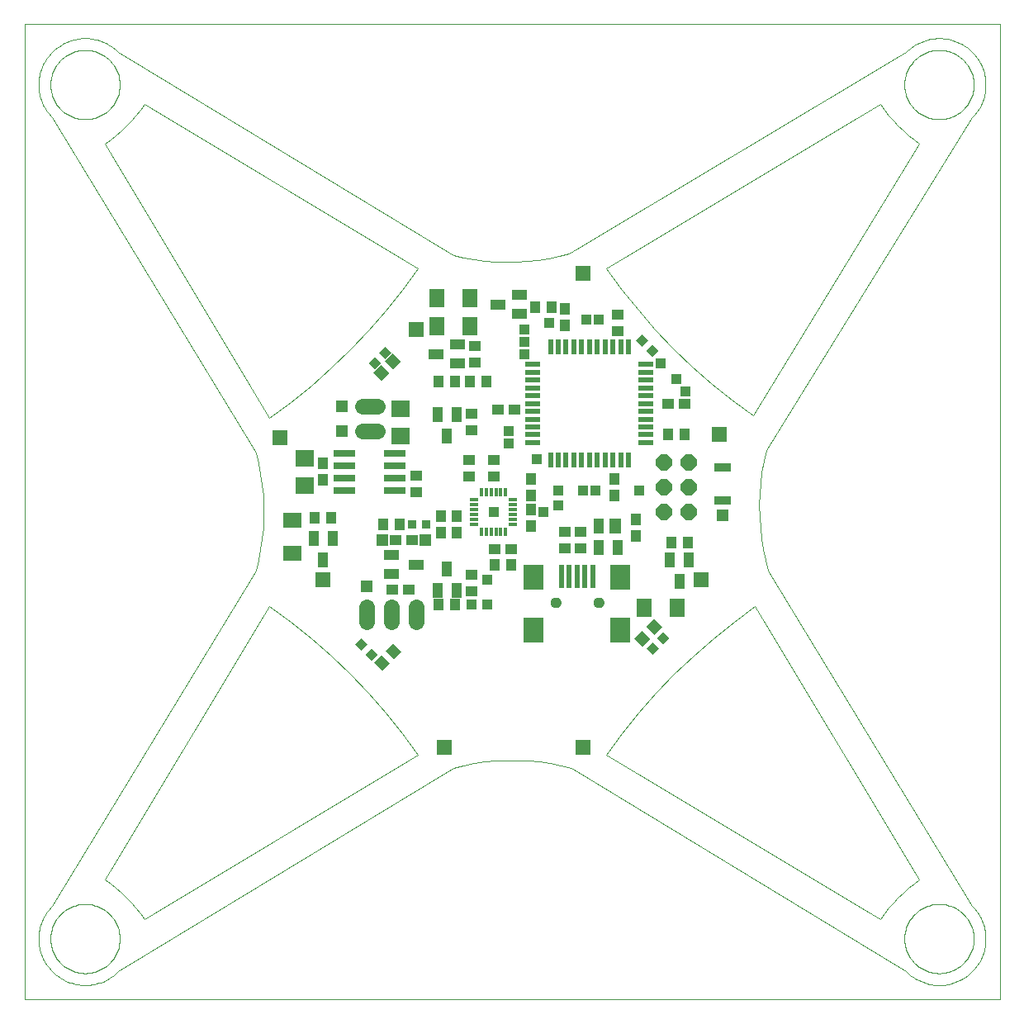
<source format=gts>
G75*
G70*
%OFA0B0*%
%FSLAX24Y24*%
%IPPOS*%
%LPD*%
%AMOC8*
5,1,8,0,0,1.08239X$1,22.5*
%
%ADD10C,0.0020*%
%ADD11C,0.0000*%
%ADD12R,0.0590X0.0440*%
%ADD13R,0.0473X0.0434*%
%ADD14R,0.0434X0.0473*%
%ADD15R,0.0355X0.0355*%
%ADD16R,0.0355X0.0355*%
%ADD17R,0.0749X0.0670*%
%ADD18R,0.0512X0.0512*%
%ADD19R,0.0434X0.0591*%
%ADD20R,0.0434X0.0434*%
%ADD21R,0.0591X0.0434*%
%ADD22R,0.0631X0.0631*%
%ADD23C,0.0640*%
%ADD24R,0.0355X0.0158*%
%ADD25R,0.0158X0.0355*%
%ADD26R,0.0394X0.0394*%
%ADD27R,0.0237X0.0631*%
%ADD28R,0.0631X0.0237*%
%ADD29OC8,0.0640*%
%ADD30R,0.0237X0.0926*%
%ADD31R,0.0827X0.1024*%
%ADD32C,0.0434*%
%ADD33R,0.0434X0.0607*%
%ADD34R,0.0512X0.0607*%
%ADD35R,0.0906X0.0276*%
%ADD36R,0.0591X0.0749*%
%ADD37R,0.0749X0.0591*%
%ADD38R,0.0709X0.0355*%
D10*
X016086Y010084D02*
X015454Y010945D01*
X014786Y011778D01*
X014082Y012581D01*
X013343Y013352D01*
X012572Y014091D01*
X011769Y014795D01*
X010936Y015463D01*
X010075Y016095D01*
X003446Y005046D01*
X005037Y003455D02*
X016086Y010084D01*
X017500Y009554D02*
X003977Y001334D01*
X001325Y001334D02*
X001262Y001401D01*
X001202Y001471D01*
X001145Y001543D01*
X001092Y001618D01*
X001043Y001696D01*
X000997Y001776D01*
X000956Y001858D01*
X000919Y001942D01*
X000886Y002028D01*
X000857Y002116D01*
X000832Y002204D01*
X000812Y002294D01*
X000796Y002385D01*
X000785Y002476D01*
X000778Y002568D01*
X000776Y002660D01*
X000778Y002752D01*
X000785Y002844D01*
X000796Y002935D01*
X000812Y003026D01*
X000832Y003116D01*
X000857Y003204D01*
X000886Y003292D01*
X000919Y003378D01*
X000956Y003462D01*
X000997Y003544D01*
X001043Y003624D01*
X001092Y003702D01*
X001145Y003777D01*
X001202Y003849D01*
X001262Y003919D01*
X001325Y003986D01*
X009545Y017509D01*
X009545Y022282D02*
X001325Y035805D01*
X001253Y037131D02*
X001255Y037205D01*
X001261Y037280D01*
X001271Y037353D01*
X001285Y037427D01*
X001302Y037499D01*
X001324Y037570D01*
X001349Y037640D01*
X001378Y037709D01*
X001410Y037776D01*
X001447Y037841D01*
X001486Y037904D01*
X001529Y037965D01*
X001575Y038023D01*
X001624Y038079D01*
X001676Y038133D01*
X001730Y038183D01*
X001788Y038231D01*
X001847Y038275D01*
X001909Y038316D01*
X001974Y038354D01*
X002040Y038388D01*
X002107Y038419D01*
X002177Y038446D01*
X002247Y038469D01*
X002319Y038489D01*
X002392Y038505D01*
X002465Y038517D01*
X002539Y038525D01*
X002614Y038529D01*
X002688Y038529D01*
X002763Y038525D01*
X002837Y038517D01*
X002910Y038505D01*
X002983Y038489D01*
X003055Y038469D01*
X003125Y038446D01*
X003195Y038419D01*
X003262Y038388D01*
X003328Y038354D01*
X003393Y038316D01*
X003455Y038275D01*
X003514Y038231D01*
X003572Y038183D01*
X003626Y038133D01*
X003678Y038079D01*
X003727Y038023D01*
X003773Y037965D01*
X003816Y037904D01*
X003855Y037841D01*
X003892Y037776D01*
X003924Y037709D01*
X003953Y037640D01*
X003978Y037570D01*
X004000Y037499D01*
X004017Y037427D01*
X004031Y037353D01*
X004041Y037280D01*
X004047Y037205D01*
X004049Y037131D01*
X004047Y037057D01*
X004041Y036982D01*
X004031Y036909D01*
X004017Y036835D01*
X004000Y036763D01*
X003978Y036692D01*
X003953Y036622D01*
X003924Y036553D01*
X003892Y036486D01*
X003855Y036421D01*
X003816Y036358D01*
X003773Y036297D01*
X003727Y036239D01*
X003678Y036183D01*
X003626Y036129D01*
X003572Y036079D01*
X003514Y036031D01*
X003455Y035987D01*
X003393Y035946D01*
X003328Y035908D01*
X003262Y035874D01*
X003195Y035843D01*
X003125Y035816D01*
X003055Y035793D01*
X002983Y035773D01*
X002910Y035757D01*
X002837Y035745D01*
X002763Y035737D01*
X002688Y035733D01*
X002614Y035733D01*
X002539Y035737D01*
X002465Y035745D01*
X002392Y035757D01*
X002319Y035773D01*
X002247Y035793D01*
X002177Y035816D01*
X002107Y035843D01*
X002040Y035874D01*
X001974Y035908D01*
X001909Y035946D01*
X001847Y035987D01*
X001788Y036031D01*
X001730Y036079D01*
X001676Y036129D01*
X001624Y036183D01*
X001575Y036239D01*
X001529Y036297D01*
X001486Y036358D01*
X001447Y036421D01*
X001410Y036486D01*
X001378Y036553D01*
X001349Y036622D01*
X001324Y036692D01*
X001302Y036763D01*
X001285Y036835D01*
X001271Y036909D01*
X001261Y036982D01*
X001255Y037057D01*
X001253Y037131D01*
X001325Y038457D02*
X001390Y038518D01*
X001457Y038577D01*
X001527Y038632D01*
X001600Y038684D01*
X001675Y038732D01*
X001752Y038777D01*
X001832Y038818D01*
X001913Y038855D01*
X001996Y038888D01*
X002080Y038917D01*
X002166Y038942D01*
X002252Y038963D01*
X002340Y038980D01*
X002428Y038993D01*
X002517Y039001D01*
X002606Y039005D01*
X002696Y039005D01*
X002785Y039001D01*
X002874Y038993D01*
X002962Y038980D01*
X003050Y038963D01*
X003136Y038942D01*
X003222Y038917D01*
X003306Y038888D01*
X003389Y038855D01*
X003470Y038818D01*
X003550Y038777D01*
X003627Y038732D01*
X003702Y038684D01*
X003775Y038632D01*
X003845Y038577D01*
X003912Y038518D01*
X003977Y038457D01*
X017500Y030237D01*
X016086Y029707D02*
X005037Y036336D01*
X003446Y034745D02*
X010075Y023696D01*
X009545Y022281D02*
X009648Y021855D01*
X009731Y021424D01*
X009794Y020990D01*
X009836Y020553D01*
X009856Y020114D01*
X009856Y019676D01*
X009836Y019237D01*
X009794Y018800D01*
X009731Y018366D01*
X009648Y017935D01*
X009545Y017509D01*
X022273Y009554D02*
X035796Y001334D01*
X035861Y001273D01*
X035928Y001214D01*
X035998Y001159D01*
X036071Y001107D01*
X036146Y001059D01*
X036223Y001014D01*
X036303Y000973D01*
X036384Y000936D01*
X036467Y000903D01*
X036551Y000874D01*
X036637Y000849D01*
X036723Y000828D01*
X036811Y000811D01*
X036899Y000798D01*
X036988Y000790D01*
X037077Y000786D01*
X037167Y000786D01*
X037256Y000790D01*
X037345Y000798D01*
X037433Y000811D01*
X037521Y000828D01*
X037607Y000849D01*
X037693Y000874D01*
X037777Y000903D01*
X037860Y000936D01*
X037941Y000973D01*
X038021Y001014D01*
X038098Y001059D01*
X038173Y001107D01*
X038246Y001159D01*
X038316Y001214D01*
X038383Y001273D01*
X038448Y001334D01*
X038509Y001399D01*
X038568Y001466D01*
X038623Y001536D01*
X038675Y001609D01*
X038723Y001684D01*
X038768Y001761D01*
X038809Y001841D01*
X038846Y001922D01*
X038879Y002005D01*
X038908Y002089D01*
X038933Y002175D01*
X038954Y002261D01*
X038971Y002349D01*
X038984Y002437D01*
X038992Y002526D01*
X038996Y002615D01*
X038996Y002705D01*
X038992Y002794D01*
X038984Y002883D01*
X038971Y002971D01*
X038954Y003059D01*
X038933Y003145D01*
X038908Y003231D01*
X038879Y003315D01*
X038846Y003398D01*
X038809Y003479D01*
X038768Y003559D01*
X038723Y003636D01*
X038675Y003711D01*
X038623Y003784D01*
X038568Y003854D01*
X038509Y003921D01*
X038448Y003986D01*
X030228Y017509D01*
X029698Y016095D02*
X036327Y005046D01*
X034736Y003455D02*
X023687Y010084D01*
X022273Y009554D02*
X021846Y009657D01*
X021415Y009740D01*
X020981Y009803D01*
X020544Y009845D01*
X020105Y009865D01*
X019667Y009865D01*
X019228Y009845D01*
X018791Y009803D01*
X018357Y009740D01*
X017926Y009657D01*
X017499Y009554D01*
X029609Y023785D02*
X036327Y034745D01*
X034736Y036336D02*
X023687Y029707D01*
X022185Y030325D02*
X035796Y038457D01*
X035724Y037131D02*
X035726Y037205D01*
X035732Y037280D01*
X035742Y037353D01*
X035756Y037427D01*
X035773Y037499D01*
X035795Y037570D01*
X035820Y037640D01*
X035849Y037709D01*
X035881Y037776D01*
X035918Y037841D01*
X035957Y037904D01*
X036000Y037965D01*
X036046Y038023D01*
X036095Y038079D01*
X036147Y038133D01*
X036201Y038183D01*
X036259Y038231D01*
X036318Y038275D01*
X036380Y038316D01*
X036445Y038354D01*
X036511Y038388D01*
X036578Y038419D01*
X036648Y038446D01*
X036718Y038469D01*
X036790Y038489D01*
X036863Y038505D01*
X036936Y038517D01*
X037010Y038525D01*
X037085Y038529D01*
X037159Y038529D01*
X037234Y038525D01*
X037308Y038517D01*
X037381Y038505D01*
X037454Y038489D01*
X037526Y038469D01*
X037596Y038446D01*
X037666Y038419D01*
X037733Y038388D01*
X037799Y038354D01*
X037864Y038316D01*
X037926Y038275D01*
X037985Y038231D01*
X038043Y038183D01*
X038097Y038133D01*
X038149Y038079D01*
X038198Y038023D01*
X038244Y037965D01*
X038287Y037904D01*
X038326Y037841D01*
X038363Y037776D01*
X038395Y037709D01*
X038424Y037640D01*
X038449Y037570D01*
X038471Y037499D01*
X038488Y037427D01*
X038502Y037353D01*
X038512Y037280D01*
X038518Y037205D01*
X038520Y037131D01*
X038518Y037057D01*
X038512Y036982D01*
X038502Y036909D01*
X038488Y036835D01*
X038471Y036763D01*
X038449Y036692D01*
X038424Y036622D01*
X038395Y036553D01*
X038363Y036486D01*
X038326Y036421D01*
X038287Y036358D01*
X038244Y036297D01*
X038198Y036239D01*
X038149Y036183D01*
X038097Y036129D01*
X038043Y036079D01*
X037985Y036031D01*
X037926Y035987D01*
X037864Y035946D01*
X037799Y035908D01*
X037733Y035874D01*
X037666Y035843D01*
X037596Y035816D01*
X037526Y035793D01*
X037454Y035773D01*
X037381Y035757D01*
X037308Y035745D01*
X037234Y035737D01*
X037159Y035733D01*
X037085Y035733D01*
X037010Y035737D01*
X036936Y035745D01*
X036863Y035757D01*
X036790Y035773D01*
X036718Y035793D01*
X036648Y035816D01*
X036578Y035843D01*
X036511Y035874D01*
X036445Y035908D01*
X036380Y035946D01*
X036318Y035987D01*
X036259Y036031D01*
X036201Y036079D01*
X036147Y036129D01*
X036095Y036183D01*
X036046Y036239D01*
X036000Y036297D01*
X035957Y036358D01*
X035918Y036421D01*
X035881Y036486D01*
X035849Y036553D01*
X035820Y036622D01*
X035795Y036692D01*
X035773Y036763D01*
X035756Y036835D01*
X035742Y036909D01*
X035732Y036982D01*
X035726Y037057D01*
X035724Y037131D01*
X035796Y038457D02*
X035863Y038520D01*
X035933Y038580D01*
X036005Y038637D01*
X036080Y038690D01*
X036158Y038739D01*
X036238Y038785D01*
X036320Y038826D01*
X036404Y038863D01*
X036490Y038896D01*
X036578Y038925D01*
X036666Y038950D01*
X036756Y038970D01*
X036847Y038986D01*
X036938Y038997D01*
X037030Y039004D01*
X037122Y039006D01*
X037214Y039004D01*
X037306Y038997D01*
X037397Y038986D01*
X037488Y038970D01*
X037578Y038950D01*
X037666Y038925D01*
X037754Y038896D01*
X037840Y038863D01*
X037924Y038826D01*
X038006Y038785D01*
X038086Y038739D01*
X038164Y038690D01*
X038239Y038637D01*
X038311Y038580D01*
X038381Y038520D01*
X038448Y038457D01*
X038509Y038392D01*
X038568Y038325D01*
X038623Y038255D01*
X038675Y038182D01*
X038723Y038107D01*
X038768Y038030D01*
X038809Y037950D01*
X038846Y037869D01*
X038879Y037786D01*
X038908Y037702D01*
X038933Y037616D01*
X038954Y037530D01*
X038971Y037442D01*
X038984Y037354D01*
X038992Y037265D01*
X038996Y037176D01*
X038996Y037086D01*
X038992Y036997D01*
X038984Y036908D01*
X038971Y036820D01*
X038954Y036732D01*
X038933Y036646D01*
X038908Y036560D01*
X038879Y036476D01*
X038846Y036393D01*
X038809Y036312D01*
X038768Y036232D01*
X038723Y036155D01*
X038675Y036080D01*
X038623Y036007D01*
X038568Y035937D01*
X038509Y035870D01*
X038448Y035805D01*
X036327Y034745D02*
X036099Y034912D01*
X035878Y035089D01*
X035666Y035275D01*
X035462Y035471D01*
X035266Y035675D01*
X035080Y035887D01*
X034903Y036108D01*
X034736Y036336D01*
X023687Y029706D02*
X024309Y028858D01*
X024968Y028037D01*
X025662Y027246D01*
X026389Y026486D01*
X027149Y025759D01*
X027940Y025065D01*
X028761Y024406D01*
X029609Y023784D01*
X030139Y022371D02*
X030042Y021934D01*
X029965Y021494D01*
X029910Y021050D01*
X029875Y020605D01*
X029862Y020158D01*
X029870Y019711D01*
X029900Y019265D01*
X029950Y018821D01*
X030022Y018379D01*
X030114Y017942D01*
X030228Y017509D01*
X035724Y002660D02*
X035726Y002734D01*
X035732Y002809D01*
X035742Y002882D01*
X035756Y002956D01*
X035773Y003028D01*
X035795Y003099D01*
X035820Y003169D01*
X035849Y003238D01*
X035881Y003305D01*
X035918Y003370D01*
X035957Y003433D01*
X036000Y003494D01*
X036046Y003552D01*
X036095Y003608D01*
X036147Y003662D01*
X036201Y003712D01*
X036259Y003760D01*
X036318Y003804D01*
X036380Y003845D01*
X036445Y003883D01*
X036511Y003917D01*
X036578Y003948D01*
X036648Y003975D01*
X036718Y003998D01*
X036790Y004018D01*
X036863Y004034D01*
X036936Y004046D01*
X037010Y004054D01*
X037085Y004058D01*
X037159Y004058D01*
X037234Y004054D01*
X037308Y004046D01*
X037381Y004034D01*
X037454Y004018D01*
X037526Y003998D01*
X037596Y003975D01*
X037666Y003948D01*
X037733Y003917D01*
X037799Y003883D01*
X037864Y003845D01*
X037926Y003804D01*
X037985Y003760D01*
X038043Y003712D01*
X038097Y003662D01*
X038149Y003608D01*
X038198Y003552D01*
X038244Y003494D01*
X038287Y003433D01*
X038326Y003370D01*
X038363Y003305D01*
X038395Y003238D01*
X038424Y003169D01*
X038449Y003099D01*
X038471Y003028D01*
X038488Y002956D01*
X038502Y002882D01*
X038512Y002809D01*
X038518Y002734D01*
X038520Y002660D01*
X038518Y002586D01*
X038512Y002511D01*
X038502Y002438D01*
X038488Y002364D01*
X038471Y002292D01*
X038449Y002221D01*
X038424Y002151D01*
X038395Y002082D01*
X038363Y002015D01*
X038326Y001950D01*
X038287Y001887D01*
X038244Y001826D01*
X038198Y001768D01*
X038149Y001712D01*
X038097Y001658D01*
X038043Y001608D01*
X037985Y001560D01*
X037926Y001516D01*
X037864Y001475D01*
X037799Y001437D01*
X037733Y001403D01*
X037666Y001372D01*
X037596Y001345D01*
X037526Y001322D01*
X037454Y001302D01*
X037381Y001286D01*
X037308Y001274D01*
X037234Y001266D01*
X037159Y001262D01*
X037085Y001262D01*
X037010Y001266D01*
X036936Y001274D01*
X036863Y001286D01*
X036790Y001302D01*
X036718Y001322D01*
X036648Y001345D01*
X036578Y001372D01*
X036511Y001403D01*
X036445Y001437D01*
X036380Y001475D01*
X036318Y001516D01*
X036259Y001560D01*
X036201Y001608D01*
X036147Y001658D01*
X036095Y001712D01*
X036046Y001768D01*
X036000Y001826D01*
X035957Y001887D01*
X035918Y001950D01*
X035881Y002015D01*
X035849Y002082D01*
X035820Y002151D01*
X035795Y002221D01*
X035773Y002292D01*
X035756Y002364D01*
X035742Y002438D01*
X035732Y002511D01*
X035726Y002586D01*
X035724Y002660D01*
X034737Y003455D02*
X034904Y003683D01*
X035081Y003903D01*
X035267Y004115D01*
X035462Y004320D01*
X035667Y004515D01*
X035879Y004701D01*
X036099Y004878D01*
X036327Y005045D01*
X029698Y016095D02*
X028837Y015463D01*
X028004Y014795D01*
X027201Y014091D01*
X026430Y013352D01*
X025691Y012581D01*
X024987Y011778D01*
X024319Y010945D01*
X023687Y010084D01*
X003977Y001334D02*
X003910Y001271D01*
X003840Y001211D01*
X003768Y001154D01*
X003693Y001101D01*
X003615Y001052D01*
X003535Y001006D01*
X003453Y000965D01*
X003369Y000928D01*
X003283Y000895D01*
X003195Y000866D01*
X003107Y000841D01*
X003017Y000821D01*
X002926Y000805D01*
X002835Y000794D01*
X002743Y000787D01*
X002651Y000785D01*
X002559Y000787D01*
X002467Y000794D01*
X002376Y000805D01*
X002285Y000821D01*
X002195Y000841D01*
X002107Y000866D01*
X002019Y000895D01*
X001933Y000928D01*
X001849Y000965D01*
X001767Y001006D01*
X001687Y001052D01*
X001609Y001101D01*
X001534Y001154D01*
X001462Y001211D01*
X001392Y001271D01*
X001325Y001334D01*
X001253Y002660D02*
X001255Y002734D01*
X001261Y002809D01*
X001271Y002882D01*
X001285Y002956D01*
X001302Y003028D01*
X001324Y003099D01*
X001349Y003169D01*
X001378Y003238D01*
X001410Y003305D01*
X001447Y003370D01*
X001486Y003433D01*
X001529Y003494D01*
X001575Y003552D01*
X001624Y003608D01*
X001676Y003662D01*
X001730Y003712D01*
X001788Y003760D01*
X001847Y003804D01*
X001909Y003845D01*
X001974Y003883D01*
X002040Y003917D01*
X002107Y003948D01*
X002177Y003975D01*
X002247Y003998D01*
X002319Y004018D01*
X002392Y004034D01*
X002465Y004046D01*
X002539Y004054D01*
X002614Y004058D01*
X002688Y004058D01*
X002763Y004054D01*
X002837Y004046D01*
X002910Y004034D01*
X002983Y004018D01*
X003055Y003998D01*
X003125Y003975D01*
X003195Y003948D01*
X003262Y003917D01*
X003328Y003883D01*
X003393Y003845D01*
X003455Y003804D01*
X003514Y003760D01*
X003572Y003712D01*
X003626Y003662D01*
X003678Y003608D01*
X003727Y003552D01*
X003773Y003494D01*
X003816Y003433D01*
X003855Y003370D01*
X003892Y003305D01*
X003924Y003238D01*
X003953Y003169D01*
X003978Y003099D01*
X004000Y003028D01*
X004017Y002956D01*
X004031Y002882D01*
X004041Y002809D01*
X004047Y002734D01*
X004049Y002660D01*
X004047Y002586D01*
X004041Y002511D01*
X004031Y002438D01*
X004017Y002364D01*
X004000Y002292D01*
X003978Y002221D01*
X003953Y002151D01*
X003924Y002082D01*
X003892Y002015D01*
X003855Y001950D01*
X003816Y001887D01*
X003773Y001826D01*
X003727Y001768D01*
X003678Y001712D01*
X003626Y001658D01*
X003572Y001608D01*
X003514Y001560D01*
X003455Y001516D01*
X003393Y001475D01*
X003328Y001437D01*
X003262Y001403D01*
X003195Y001372D01*
X003125Y001345D01*
X003055Y001322D01*
X002983Y001302D01*
X002910Y001286D01*
X002837Y001274D01*
X002763Y001266D01*
X002688Y001262D01*
X002614Y001262D01*
X002539Y001266D01*
X002465Y001274D01*
X002392Y001286D01*
X002319Y001302D01*
X002247Y001322D01*
X002177Y001345D01*
X002107Y001372D01*
X002040Y001403D01*
X001974Y001437D01*
X001909Y001475D01*
X001847Y001516D01*
X001788Y001560D01*
X001730Y001608D01*
X001676Y001658D01*
X001624Y001712D01*
X001575Y001768D01*
X001529Y001826D01*
X001486Y001887D01*
X001447Y001950D01*
X001410Y002015D01*
X001378Y002082D01*
X001349Y002151D01*
X001324Y002221D01*
X001302Y002292D01*
X001285Y002364D01*
X001271Y002438D01*
X001261Y002511D01*
X001255Y002586D01*
X001253Y002660D01*
X003446Y005045D02*
X003674Y004878D01*
X003894Y004701D01*
X004106Y004515D01*
X004311Y004320D01*
X004506Y004115D01*
X004692Y003903D01*
X004869Y003683D01*
X005036Y003455D01*
X001325Y035805D02*
X001262Y035872D01*
X001202Y035942D01*
X001145Y036014D01*
X001092Y036089D01*
X001043Y036167D01*
X000997Y036247D01*
X000956Y036329D01*
X000919Y036413D01*
X000886Y036499D01*
X000857Y036587D01*
X000832Y036675D01*
X000812Y036765D01*
X000796Y036856D01*
X000785Y036947D01*
X000778Y037039D01*
X000776Y037131D01*
X000778Y037223D01*
X000785Y037315D01*
X000796Y037406D01*
X000812Y037497D01*
X000832Y037587D01*
X000857Y037675D01*
X000886Y037763D01*
X000919Y037849D01*
X000956Y037933D01*
X000997Y038015D01*
X001043Y038095D01*
X001092Y038173D01*
X001145Y038248D01*
X001202Y038320D01*
X001262Y038390D01*
X001325Y038457D01*
X003446Y034745D02*
X003674Y034912D01*
X003895Y035089D01*
X004107Y035275D01*
X004311Y035471D01*
X004507Y035675D01*
X004693Y035887D01*
X004870Y036108D01*
X005037Y036336D01*
X016086Y029707D02*
X015454Y028846D01*
X014786Y028013D01*
X014082Y027210D01*
X013343Y026439D01*
X012572Y025700D01*
X011769Y024996D01*
X010936Y024328D01*
X010075Y023696D01*
X017500Y030237D02*
X017920Y030143D01*
X018345Y030070D01*
X018772Y030016D01*
X019202Y029983D01*
X019632Y029971D01*
X020063Y029979D01*
X020493Y030008D01*
X020921Y030057D01*
X021346Y030126D01*
X021768Y030216D01*
X022184Y030325D01*
D11*
X039570Y000200D02*
X000200Y000200D01*
X000200Y039570D01*
X039570Y039570D01*
X039570Y000200D01*
X023179Y016232D02*
X023181Y016259D01*
X023187Y016286D01*
X023196Y016312D01*
X023209Y016336D01*
X023225Y016359D01*
X023244Y016378D01*
X023266Y016395D01*
X023290Y016409D01*
X023315Y016419D01*
X023342Y016426D01*
X023369Y016429D01*
X023397Y016428D01*
X023424Y016423D01*
X023450Y016415D01*
X023474Y016403D01*
X023497Y016387D01*
X023518Y016369D01*
X023535Y016348D01*
X023550Y016324D01*
X023561Y016299D01*
X023569Y016273D01*
X023573Y016246D01*
X023573Y016218D01*
X023569Y016191D01*
X023561Y016165D01*
X023550Y016140D01*
X023535Y016116D01*
X023518Y016095D01*
X023497Y016077D01*
X023475Y016061D01*
X023450Y016049D01*
X023424Y016041D01*
X023397Y016036D01*
X023369Y016035D01*
X023342Y016038D01*
X023315Y016045D01*
X023290Y016055D01*
X023266Y016069D01*
X023244Y016086D01*
X023225Y016105D01*
X023209Y016128D01*
X023196Y016152D01*
X023187Y016178D01*
X023181Y016205D01*
X023179Y016232D01*
X021447Y016232D02*
X021449Y016259D01*
X021455Y016286D01*
X021464Y016312D01*
X021477Y016336D01*
X021493Y016359D01*
X021512Y016378D01*
X021534Y016395D01*
X021558Y016409D01*
X021583Y016419D01*
X021610Y016426D01*
X021637Y016429D01*
X021665Y016428D01*
X021692Y016423D01*
X021718Y016415D01*
X021742Y016403D01*
X021765Y016387D01*
X021786Y016369D01*
X021803Y016348D01*
X021818Y016324D01*
X021829Y016299D01*
X021837Y016273D01*
X021841Y016246D01*
X021841Y016218D01*
X021837Y016191D01*
X021829Y016165D01*
X021818Y016140D01*
X021803Y016116D01*
X021786Y016095D01*
X021765Y016077D01*
X021743Y016061D01*
X021718Y016049D01*
X021692Y016041D01*
X021665Y016036D01*
X021637Y016035D01*
X021610Y016038D01*
X021583Y016045D01*
X021558Y016055D01*
X021534Y016069D01*
X021512Y016086D01*
X021493Y016105D01*
X021477Y016128D01*
X021464Y016152D01*
X021455Y016178D01*
X021449Y016205D01*
X021447Y016232D01*
X030140Y022370D02*
X038448Y035805D01*
D12*
X016010Y017760D03*
X015010Y017385D03*
X015010Y018135D03*
D13*
X015175Y018760D03*
X015845Y018760D03*
X016010Y020675D03*
X016010Y021345D03*
X018135Y021300D03*
X018135Y021970D03*
X019135Y021970D03*
X019135Y021300D03*
X018260Y023175D03*
X018260Y023845D03*
X019300Y024010D03*
X019970Y024010D03*
X018385Y025925D03*
X018385Y026595D03*
X024135Y027175D03*
X024135Y027845D03*
X026175Y024260D03*
X026845Y024260D03*
X022635Y019095D03*
X022010Y019095D03*
X022010Y018425D03*
X022635Y018425D03*
X019845Y018385D03*
X019175Y018385D03*
X018260Y017345D03*
X018260Y016675D03*
X015720Y016760D03*
X015050Y016760D03*
D14*
X016925Y016135D03*
X017595Y016135D03*
X019175Y017760D03*
X019845Y017760D03*
X020635Y019300D03*
X020635Y019970D03*
X020635Y020550D03*
X020635Y021220D03*
X017635Y019720D03*
X017010Y019720D03*
X017010Y019050D03*
X017635Y019050D03*
X015345Y019385D03*
X014675Y019385D03*
X012595Y019635D03*
X011925Y019635D03*
X012260Y021175D03*
X012260Y021845D03*
G36*
X014292Y025500D02*
X014599Y025807D01*
X014932Y025474D01*
X014625Y025167D01*
X014292Y025500D01*
G37*
G36*
X014765Y025973D02*
X015072Y026280D01*
X015405Y025947D01*
X015098Y025640D01*
X014765Y025973D01*
G37*
X016925Y025135D03*
X017595Y025135D03*
X018175Y025135D03*
X018845Y025135D03*
X020800Y028135D03*
X021470Y028135D03*
X022010Y028095D03*
X022010Y027425D03*
X026175Y023010D03*
X026845Y023010D03*
X024010Y021220D03*
X024010Y020550D03*
X024885Y019595D03*
X024885Y018925D03*
X026300Y018635D03*
X026970Y018635D03*
G36*
X025942Y015234D02*
X025635Y014927D01*
X025302Y015260D01*
X025609Y015567D01*
X025942Y015234D01*
G37*
G36*
X025468Y014760D02*
X025161Y014453D01*
X024828Y014786D01*
X025135Y015093D01*
X025468Y014760D01*
G37*
G36*
X015426Y014249D02*
X015119Y013942D01*
X014786Y014275D01*
X015093Y014582D01*
X015426Y014249D01*
G37*
G36*
X014953Y013776D02*
X014646Y013469D01*
X014313Y013802D01*
X014620Y014109D01*
X014953Y013776D01*
G37*
D15*
X015840Y019385D03*
X016430Y019385D03*
D16*
G36*
X014051Y014542D02*
X013801Y014292D01*
X013551Y014542D01*
X013801Y014792D01*
X014051Y014542D01*
G37*
G36*
X014469Y014124D02*
X014219Y013874D01*
X013969Y014124D01*
X014219Y014374D01*
X014469Y014124D01*
G37*
G36*
X025551Y014124D02*
X025301Y014374D01*
X025551Y014624D01*
X025801Y014374D01*
X025551Y014124D01*
G37*
G36*
X025969Y014542D02*
X025719Y014792D01*
X025969Y015042D01*
X026219Y014792D01*
X025969Y014542D01*
G37*
G36*
X014338Y026140D02*
X014588Y025890D01*
X014338Y025640D01*
X014088Y025890D01*
X014338Y026140D01*
G37*
G36*
X014755Y026557D02*
X015005Y026307D01*
X014755Y026057D01*
X014505Y026307D01*
X014755Y026557D01*
G37*
G36*
X024890Y026807D02*
X025140Y027057D01*
X025390Y026807D01*
X025140Y026557D01*
X024890Y026807D01*
G37*
G36*
X025307Y026390D02*
X025557Y026640D01*
X025807Y026390D01*
X025557Y026140D01*
X025307Y026390D01*
G37*
D17*
X015385Y024061D03*
X015385Y022959D03*
X011510Y022061D03*
X011510Y020959D03*
D18*
X013010Y023135D03*
X013010Y024135D03*
X014635Y018760D03*
X016385Y018760D03*
X014010Y016885D03*
X028385Y019760D03*
D19*
X027009Y017943D03*
X026261Y017943D03*
X026635Y017077D03*
X017634Y016702D03*
X016886Y016702D03*
X017260Y017568D03*
X012634Y018818D03*
X011886Y018818D03*
X012260Y017952D03*
X017260Y022952D03*
X016886Y023818D03*
X017634Y023818D03*
D20*
X019760Y023135D03*
X019760Y022635D03*
X020885Y022010D03*
X021760Y020760D03*
X021760Y020135D03*
X021135Y019885D03*
X022760Y020760D03*
X023260Y020760D03*
X025010Y020760D03*
X026885Y024760D03*
X026510Y025260D03*
X025885Y025885D03*
X023385Y027635D03*
X022885Y027635D03*
X021385Y027510D03*
X020385Y027260D03*
X020385Y026760D03*
X020385Y026260D03*
X018885Y017135D03*
X018885Y016135D03*
X018260Y016135D03*
D21*
X017693Y025886D03*
X017693Y026634D03*
X016827Y026260D03*
X019327Y028260D03*
X020193Y027886D03*
X020193Y028634D03*
D22*
X022760Y029510D03*
X016010Y027260D03*
X010510Y022885D03*
X012260Y017135D03*
X017135Y010385D03*
X022760Y010385D03*
X027510Y017135D03*
X028260Y023010D03*
D23*
X016010Y016060D02*
X016010Y015460D01*
X015010Y015460D02*
X015010Y016060D01*
X014010Y016060D02*
X014010Y015460D01*
X013835Y023135D02*
X014435Y023135D01*
X014435Y024135D02*
X013835Y024135D01*
D24*
X018348Y020377D03*
X018348Y020180D03*
X018348Y019983D03*
X018348Y019787D03*
X018348Y019590D03*
X018348Y019393D03*
X019922Y019393D03*
X019922Y019590D03*
X019922Y019787D03*
X019922Y019983D03*
X019922Y020180D03*
X019922Y020377D03*
D25*
X019627Y020672D03*
X019430Y020672D03*
X019233Y020672D03*
X019037Y020672D03*
X018840Y020672D03*
X018643Y020672D03*
X018643Y019098D03*
X018840Y019098D03*
X019037Y019098D03*
X019233Y019098D03*
X019430Y019098D03*
X019627Y019098D03*
D26*
X019135Y019885D03*
D27*
X021435Y021977D03*
X021750Y021977D03*
X022065Y021977D03*
X022380Y021977D03*
X022695Y021977D03*
X023010Y021977D03*
X023325Y021977D03*
X023640Y021977D03*
X023955Y021977D03*
X024270Y021977D03*
X024585Y021977D03*
X024585Y026543D03*
X024270Y026543D03*
X023955Y026543D03*
X023640Y026543D03*
X023325Y026543D03*
X023010Y026543D03*
X022695Y026543D03*
X022380Y026543D03*
X022065Y026543D03*
X021750Y026543D03*
X021435Y026543D03*
D28*
X020727Y025835D03*
X020727Y025520D03*
X020727Y025205D03*
X020727Y024890D03*
X020727Y024575D03*
X020727Y024260D03*
X020727Y023945D03*
X020727Y023630D03*
X020727Y023315D03*
X020727Y023000D03*
X020727Y022685D03*
X025293Y022685D03*
X025293Y023000D03*
X025293Y023315D03*
X025293Y023630D03*
X025293Y023945D03*
X025293Y024260D03*
X025293Y024575D03*
X025293Y024890D03*
X025293Y025205D03*
X025293Y025520D03*
X025293Y025835D03*
D29*
X026010Y021885D03*
X027010Y021885D03*
X027010Y020885D03*
X027010Y019885D03*
X026010Y019885D03*
X026010Y020885D03*
D30*
X023140Y017293D03*
X022825Y017293D03*
X022510Y017293D03*
X022195Y017293D03*
X021880Y017293D03*
D31*
X020758Y017244D03*
X020758Y015099D03*
X024262Y015099D03*
X024262Y017244D03*
D32*
X023376Y016232D03*
X021644Y016232D03*
D33*
X023386Y018452D03*
X024134Y018452D03*
X023386Y019318D03*
D34*
X024055Y019318D03*
D35*
X015159Y020760D03*
X015159Y021260D03*
X015159Y021760D03*
X015159Y022260D03*
X013111Y022260D03*
X013111Y021760D03*
X013111Y021260D03*
X013111Y020760D03*
D36*
X016841Y027385D03*
X016841Y028510D03*
X018179Y028510D03*
X018179Y027385D03*
X025216Y016010D03*
X026554Y016010D03*
D37*
X011010Y018216D03*
X011010Y019554D03*
D38*
X028385Y020341D03*
X028385Y021679D03*
M02*

</source>
